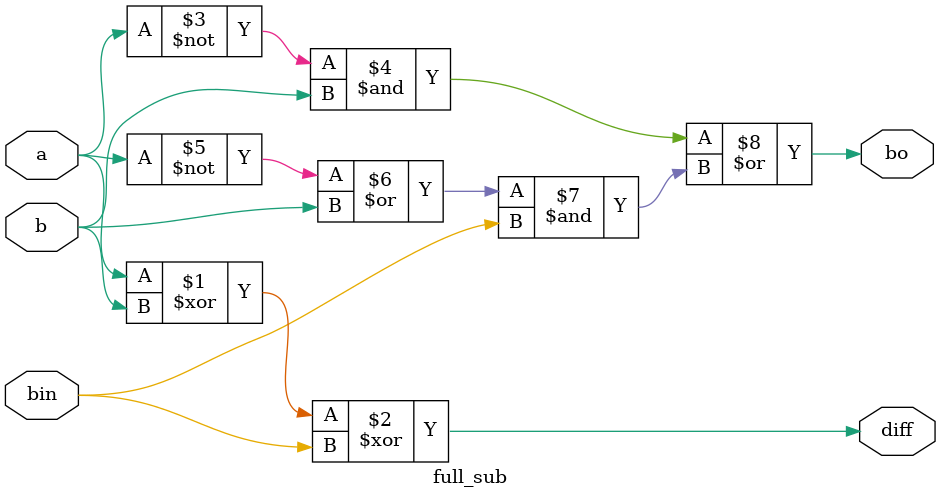
<source format=v>
module full_sub(a,b,bin,diff,bo);
    input wire a,b,bin;
    output wire bo,diff;

assign diff = a^b^bin;
assign bo = ((~a)&b)|(((~a)|b)&bin);
endmodule
</source>
